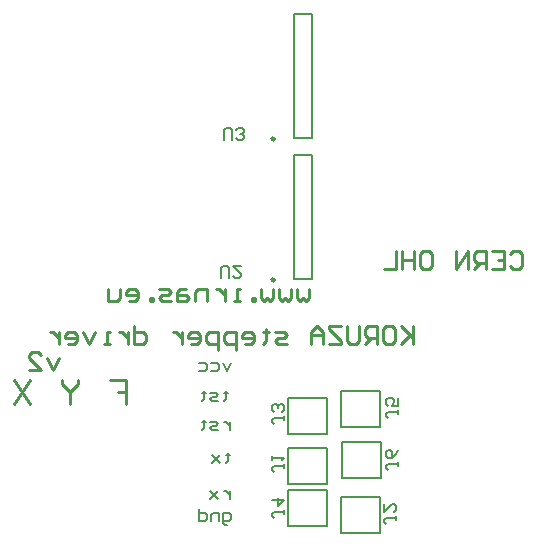
<source format=gbo>
%FSAX24Y24*%
%MOIN*%
G70*
G01*
G75*
G04 Layer_Color=32896*
%ADD10O,0.0787X0.0157*%
%ADD11R,0.0354X0.0276*%
G04:AMPARAMS|DCode=12|XSize=23.6mil|YSize=27.6mil|CornerRadius=3mil|HoleSize=0mil|Usage=FLASHONLY|Rotation=0.000|XOffset=0mil|YOffset=0mil|HoleType=Round|Shape=RoundedRectangle|*
%AMROUNDEDRECTD12*
21,1,0.0236,0.0217,0,0,0.0*
21,1,0.0177,0.0276,0,0,0.0*
1,1,0.0059,0.0089,-0.0108*
1,1,0.0059,-0.0089,-0.0108*
1,1,0.0059,-0.0089,0.0108*
1,1,0.0059,0.0089,0.0108*
%
%ADD12ROUNDEDRECTD12*%
%ADD13R,0.0276X0.0354*%
%ADD14R,0.0866X0.0787*%
%ADD15R,0.0512X0.0433*%
%ADD16R,0.0433X0.0512*%
%ADD17R,0.1181X0.0591*%
%ADD18R,0.0354X0.0827*%
%ADD19R,0.1260X0.0827*%
%ADD20C,0.0600*%
%ADD21C,0.0100*%
%ADD22C,0.0150*%
%ADD23R,0.0591X0.0591*%
%ADD24C,0.0591*%
%ADD25O,0.0787X0.2559*%
G04:AMPARAMS|DCode=26|XSize=157.5mil|YSize=118.1mil|CornerRadius=29.5mil|HoleSize=0mil|Usage=FLASHONLY|Rotation=0.000|XOffset=0mil|YOffset=0mil|HoleType=Round|Shape=RoundedRectangle|*
%AMROUNDEDRECTD26*
21,1,0.1575,0.0591,0,0,0.0*
21,1,0.0984,0.1181,0,0,0.0*
1,1,0.0591,0.0492,-0.0295*
1,1,0.0591,-0.0492,-0.0295*
1,1,0.0591,-0.0492,0.0295*
1,1,0.0591,0.0492,0.0295*
%
%ADD26ROUNDEDRECTD26*%
%ADD27O,0.0787X0.1969*%
%ADD28O,0.2126X0.0984*%
G04:AMPARAMS|DCode=29|XSize=236.2mil|YSize=98.4mil|CornerRadius=24.6mil|HoleSize=0mil|Usage=FLASHONLY|Rotation=0.000|XOffset=0mil|YOffset=0mil|HoleType=Round|Shape=RoundedRectangle|*
%AMROUNDEDRECTD29*
21,1,0.2362,0.0492,0,0,0.0*
21,1,0.1870,0.0984,0,0,0.0*
1,1,0.0492,0.0935,-0.0246*
1,1,0.0492,-0.0935,-0.0246*
1,1,0.0492,-0.0935,0.0246*
1,1,0.0492,0.0935,0.0246*
%
%ADD29ROUNDEDRECTD29*%
G04:AMPARAMS|DCode=30|XSize=82.7mil|YSize=82.7mil|CornerRadius=0mil|HoleSize=0mil|Usage=FLASHONLY|Rotation=270.000|XOffset=0mil|YOffset=0mil|HoleType=Round|Shape=Octagon|*
%AMOCTAGOND30*
4,1,8,-0.0207,-0.0413,0.0207,-0.0413,0.0413,-0.0207,0.0413,0.0207,0.0207,0.0413,-0.0207,0.0413,-0.0413,0.0207,-0.0413,-0.0207,-0.0207,-0.0413,0.0*
%
%ADD30OCTAGOND30*%

G04:AMPARAMS|DCode=31|XSize=82.7mil|YSize=82.7mil|CornerRadius=0mil|HoleSize=0mil|Usage=FLASHONLY|Rotation=180.000|XOffset=0mil|YOffset=0mil|HoleType=Round|Shape=Octagon|*
%AMOCTAGOND31*
4,1,8,-0.0413,0.0207,-0.0413,-0.0207,-0.0207,-0.0413,0.0207,-0.0413,0.0413,-0.0207,0.0413,0.0207,0.0207,0.0413,-0.0207,0.0413,-0.0413,0.0207,0.0*
%
%ADD31OCTAGOND31*%

%ADD32C,0.0709*%
%ADD33C,0.0600*%
%ADD34C,0.2500*%
%ADD35C,0.0700*%
%ADD36R,0.0700X0.0700*%
%ADD37R,0.0591X0.0591*%
%ADD38C,0.0500*%
%ADD39C,0.0400*%
%ADD40O,0.1083X0.0276*%
G04:AMPARAMS|DCode=41|XSize=50mil|YSize=100mil|CornerRadius=6.3mil|HoleSize=0mil|Usage=FLASHONLY|Rotation=180.000|XOffset=0mil|YOffset=0mil|HoleType=Round|Shape=RoundedRectangle|*
%AMROUNDEDRECTD41*
21,1,0.0500,0.0875,0,0,180.0*
21,1,0.0375,0.1000,0,0,180.0*
1,1,0.0125,-0.0188,0.0438*
1,1,0.0125,0.0188,0.0438*
1,1,0.0125,0.0188,-0.0438*
1,1,0.0125,-0.0188,-0.0438*
%
%ADD41ROUNDEDRECTD41*%
%ADD42C,0.0300*%
%ADD43C,0.0098*%
%ADD44C,0.0236*%
%ADD45C,0.0050*%
%ADD46C,0.0079*%
%ADD47C,0.0080*%
%ADD48C,0.0060*%
%ADD49C,0.0120*%
%ADD50R,0.1043X0.0482*%
%ADD51R,0.0580X0.2000*%
%ADD52R,0.0680X0.2100*%
%ADD53R,0.0900X0.0250*%
%ADD54R,0.1000X0.0996*%
%ADD55O,0.0867X0.0237*%
%ADD56R,0.0434X0.0356*%
G04:AMPARAMS|DCode=57|XSize=31.6mil|YSize=35.6mil|CornerRadius=7mil|HoleSize=0mil|Usage=FLASHONLY|Rotation=0.000|XOffset=0mil|YOffset=0mil|HoleType=Round|Shape=RoundedRectangle|*
%AMROUNDEDRECTD57*
21,1,0.0316,0.0217,0,0,0.0*
21,1,0.0177,0.0356,0,0,0.0*
1,1,0.0139,0.0089,-0.0108*
1,1,0.0139,-0.0089,-0.0108*
1,1,0.0139,-0.0089,0.0108*
1,1,0.0139,0.0089,0.0108*
%
%ADD57ROUNDEDRECTD57*%
%ADD58R,0.0356X0.0434*%
%ADD59R,0.0946X0.0867*%
%ADD60R,0.0592X0.0513*%
%ADD61R,0.0513X0.0592*%
%ADD62R,0.1261X0.0671*%
%ADD63R,0.0434X0.0907*%
%ADD64R,0.1340X0.0907*%
%ADD65R,0.0671X0.0671*%
%ADD66C,0.0671*%
%ADD67O,0.0867X0.2639*%
G04:AMPARAMS|DCode=68|XSize=165.5mil|YSize=126.1mil|CornerRadius=33.5mil|HoleSize=0mil|Usage=FLASHONLY|Rotation=0.000|XOffset=0mil|YOffset=0mil|HoleType=Round|Shape=RoundedRectangle|*
%AMROUNDEDRECTD68*
21,1,0.1655,0.0591,0,0,0.0*
21,1,0.0984,0.1261,0,0,0.0*
1,1,0.0671,0.0492,-0.0295*
1,1,0.0671,-0.0492,-0.0295*
1,1,0.0671,-0.0492,0.0295*
1,1,0.0671,0.0492,0.0295*
%
%ADD68ROUNDEDRECTD68*%
%ADD69O,0.0867X0.2049*%
%ADD70O,0.2206X0.1064*%
G04:AMPARAMS|DCode=71|XSize=244.2mil|YSize=106.4mil|CornerRadius=28.6mil|HoleSize=0mil|Usage=FLASHONLY|Rotation=0.000|XOffset=0mil|YOffset=0mil|HoleType=Round|Shape=RoundedRectangle|*
%AMROUNDEDRECTD71*
21,1,0.2442,0.0492,0,0,0.0*
21,1,0.1870,0.1064,0,0,0.0*
1,1,0.0572,0.0935,-0.0246*
1,1,0.0572,-0.0935,-0.0246*
1,1,0.0572,-0.0935,0.0246*
1,1,0.0572,0.0935,0.0246*
%
%ADD71ROUNDEDRECTD71*%
G04:AMPARAMS|DCode=72|XSize=90.7mil|YSize=90.7mil|CornerRadius=0mil|HoleSize=0mil|Usage=FLASHONLY|Rotation=270.000|XOffset=0mil|YOffset=0mil|HoleType=Round|Shape=Octagon|*
%AMOCTAGOND72*
4,1,8,-0.0227,-0.0453,0.0227,-0.0453,0.0453,-0.0227,0.0453,0.0227,0.0227,0.0453,-0.0227,0.0453,-0.0453,0.0227,-0.0453,-0.0227,-0.0227,-0.0453,0.0*
%
%ADD72OCTAGOND72*%

G04:AMPARAMS|DCode=73|XSize=90.7mil|YSize=90.7mil|CornerRadius=0mil|HoleSize=0mil|Usage=FLASHONLY|Rotation=180.000|XOffset=0mil|YOffset=0mil|HoleType=Round|Shape=Octagon|*
%AMOCTAGOND73*
4,1,8,-0.0453,0.0227,-0.0453,-0.0227,-0.0227,-0.0453,0.0227,-0.0453,0.0453,-0.0227,0.0453,0.0227,0.0227,0.0453,-0.0227,0.0453,-0.0453,0.0227,0.0*
%
%ADD73OCTAGOND73*%

%ADD74C,0.0789*%
%ADD75C,0.0680*%
%ADD76C,0.2580*%
%ADD77C,0.0780*%
%ADD78R,0.0780X0.0780*%
%ADD79R,0.0671X0.0671*%
G04:AMPARAMS|DCode=80|XSize=118mil|YSize=108mil|CornerRadius=13.5mil|HoleSize=0mil|Usage=FLASHONLY|Rotation=180.000|XOffset=0mil|YOffset=0mil|HoleType=Round|Shape=RoundedRectangle|*
%AMROUNDEDRECTD80*
21,1,0.1180,0.0810,0,0,180.0*
21,1,0.0910,0.1080,0,0,180.0*
1,1,0.0270,-0.0455,0.0405*
1,1,0.0270,0.0455,0.0405*
1,1,0.0270,0.0455,-0.0405*
1,1,0.0270,-0.0455,-0.0405*
%
%ADD80ROUNDEDRECTD80*%
%ADD81O,0.1163X0.0356*%
G04:AMPARAMS|DCode=82|XSize=58mil|YSize=108mil|CornerRadius=10.3mil|HoleSize=0mil|Usage=FLASHONLY|Rotation=180.000|XOffset=0mil|YOffset=0mil|HoleType=Round|Shape=RoundedRectangle|*
%AMROUNDEDRECTD82*
21,1,0.0580,0.0875,0,0,180.0*
21,1,0.0375,0.1080,0,0,180.0*
1,1,0.0205,-0.0188,0.0438*
1,1,0.0205,0.0188,0.0438*
1,1,0.0205,0.0188,-0.0438*
1,1,0.0205,-0.0188,-0.0438*
%
%ADD82ROUNDEDRECTD82*%
D21*
X001850Y005900D02*
X001650Y005500D01*
X001450Y005900D01*
X000850Y005500D02*
X001250D01*
X000850Y005900D01*
Y006000D01*
X000950Y006100D01*
X001150D01*
X001250Y006000D01*
X003567Y005150D02*
X004100D01*
Y004750D01*
X003833D01*
X004100D01*
Y004350D01*
X002501Y005150D02*
Y005016D01*
X002234Y004750D01*
X001967Y005016D01*
Y005150D01*
X002234Y004750D02*
Y004350D01*
X000901Y005150D02*
X000368Y004350D01*
Y005150D02*
X000901Y004350D01*
X010200Y008200D02*
Y007900D01*
X010100Y007800D01*
X010000Y007900D01*
X009900Y007800D01*
X009800Y007900D01*
Y008200D01*
X009600D02*
Y007900D01*
X009500Y007800D01*
X009400Y007900D01*
X009300Y007800D01*
X009200Y007900D01*
Y008200D01*
X009000D02*
Y007900D01*
X008900Y007800D01*
X008800Y007900D01*
X008700Y007800D01*
X008601Y007900D01*
Y008200D01*
X008401Y007800D02*
Y007900D01*
X008301D01*
Y007800D01*
X008401D01*
X007901D02*
X007701D01*
X007801D01*
Y008200D01*
X007901D01*
X007401D02*
Y007800D01*
Y008000D01*
X007301Y008100D01*
X007201Y008200D01*
X007101D01*
X006801Y007800D02*
Y008200D01*
X006501D01*
X006401Y008100D01*
Y007800D01*
X006101Y008200D02*
X005901D01*
X005801Y008100D01*
Y007800D01*
X006101D01*
X006201Y007900D01*
X006101Y008000D01*
X005801D01*
X005601Y007800D02*
X005302D01*
X005202Y007900D01*
X005302Y008000D01*
X005502D01*
X005601Y008100D01*
X005502Y008200D01*
X005202D01*
X005002Y007800D02*
Y007900D01*
X004902D01*
Y007800D01*
X005002D01*
X004202D02*
X004402D01*
X004502Y007900D01*
Y008100D01*
X004402Y008200D01*
X004202D01*
X004102Y008100D01*
Y008000D01*
X004502D01*
X003902Y008200D02*
Y007900D01*
X003802Y007800D01*
X003502D01*
Y008200D01*
X013650Y006950D02*
Y006350D01*
Y006550D01*
X013250Y006950D01*
X013550Y006650D01*
X013250Y006350D01*
X012750Y006950D02*
X012950D01*
X013050Y006850D01*
Y006450D01*
X012950Y006350D01*
X012750D01*
X012650Y006450D01*
Y006850D01*
X012750Y006950D01*
X012450Y006350D02*
Y006950D01*
X012150D01*
X012051Y006850D01*
Y006650D01*
X012150Y006550D01*
X012450D01*
X012250D02*
X012051Y006350D01*
X011851Y006950D02*
Y006450D01*
X011751Y006350D01*
X011551D01*
X011451Y006450D01*
Y006950D01*
X011251D02*
X010851D01*
Y006850D01*
X011251Y006450D01*
Y006350D01*
X010851D01*
X010651D02*
Y006750D01*
X010451Y006950D01*
X010251Y006750D01*
Y006350D01*
Y006650D01*
X010651D01*
X009451Y006350D02*
X009151D01*
X009051Y006450D01*
X009151Y006550D01*
X009351D01*
X009451Y006650D01*
X009351Y006750D01*
X009051D01*
X008752Y006850D02*
Y006750D01*
X008852D01*
X008652D01*
X008752D01*
Y006450D01*
X008652Y006350D01*
X008052D02*
X008252D01*
X008352Y006450D01*
Y006650D01*
X008252Y006750D01*
X008052D01*
X007952Y006650D01*
Y006550D01*
X008352D01*
X007752Y006150D02*
Y006750D01*
X007452D01*
X007352Y006650D01*
Y006450D01*
X007452Y006350D01*
X007752D01*
X007152Y006150D02*
Y006750D01*
X006852D01*
X006752Y006650D01*
Y006450D01*
X006852Y006350D01*
X007152D01*
X006252D02*
X006452D01*
X006552Y006450D01*
Y006650D01*
X006452Y006750D01*
X006252D01*
X006152Y006650D01*
Y006550D01*
X006552D01*
X005953Y006750D02*
Y006350D01*
Y006550D01*
X005853Y006650D01*
X005753Y006750D01*
X005653D01*
X004353Y006950D02*
Y006350D01*
X004653D01*
X004753Y006450D01*
Y006650D01*
X004653Y006750D01*
X004353D01*
X004153D02*
Y006350D01*
Y006550D01*
X004053Y006650D01*
X003953Y006750D01*
X003853D01*
X003553Y006350D02*
X003353D01*
X003453D01*
Y006750D01*
X003553D01*
X003053D02*
X002853Y006350D01*
X002654Y006750D01*
X002154Y006350D02*
X002354D01*
X002454Y006450D01*
Y006650D01*
X002354Y006750D01*
X002154D01*
X002054Y006650D01*
Y006550D01*
X002454D01*
X001854Y006750D02*
Y006350D01*
Y006550D01*
X001754Y006650D01*
X001654Y006750D01*
X001554D01*
X016900Y009350D02*
X017000Y009450D01*
X017200D01*
X017300Y009350D01*
Y008950D01*
X017200Y008850D01*
X017000D01*
X016900Y008950D01*
X016300Y009450D02*
X016700D01*
Y008850D01*
X016300D01*
X016700Y009150D02*
X016500D01*
X016100Y008850D02*
Y009450D01*
X015800D01*
X015701Y009350D01*
Y009150D01*
X015800Y009050D01*
X016100D01*
X015900D02*
X015701Y008850D01*
X015501D02*
Y009450D01*
X015101Y008850D01*
Y009450D01*
X014001D02*
X014201D01*
X014301Y009350D01*
Y008950D01*
X014201Y008850D01*
X014001D01*
X013901Y008950D01*
Y009350D01*
X014001Y009450D01*
X013701D02*
Y008850D01*
Y009150D01*
X013301D01*
Y009450D01*
Y008850D01*
X013101Y009450D02*
Y008850D01*
X012701D01*
D43*
X009045Y008496D02*
G03*
X009045Y008496I-000049J000000D01*
G01*
Y013196D02*
G03*
X009045Y013196I-000049J000000D01*
G01*
D45*
X009500Y000300D02*
Y001500D01*
Y000300D02*
X010800D01*
Y001500D01*
X009500D02*
X010800D01*
X011250Y000050D02*
Y001250D01*
Y000050D02*
X012550D01*
Y001250D01*
X011250D02*
X012550D01*
X010800Y003350D02*
Y004550D01*
X009500D02*
X010800D01*
X009500Y003350D02*
Y004550D01*
Y003350D02*
X010800D01*
Y001700D02*
Y002900D01*
X009500D02*
X010800D01*
X009500Y001700D02*
Y002900D01*
Y001700D02*
X010800D01*
X012550Y003600D02*
Y004800D01*
X011250D02*
X012550D01*
X011250Y003600D02*
Y004800D01*
Y003600D02*
X012550D01*
X012600Y001900D02*
Y003100D01*
X011300D02*
X012600D01*
X011300Y001900D02*
Y003100D01*
Y001900D02*
X012600D01*
D46*
X009695Y008533D02*
Y012667D01*
X010305Y008533D02*
Y012667D01*
X009695Y008533D02*
X010305D01*
X009695Y012667D02*
X010305D01*
X009695Y013233D02*
Y017367D01*
X010305Y013233D02*
Y017367D01*
X009695Y013233D02*
X010305D01*
X009695Y017367D02*
X010305D01*
D48*
X007250Y008550D02*
Y008883D01*
X007317Y008950D01*
X007450D01*
X007517Y008883D01*
Y008550D01*
X007916Y008950D02*
X007650D01*
X007916Y008683D01*
Y008617D01*
X007850Y008550D01*
X007717D01*
X007650Y008617D01*
X007350Y013150D02*
Y013483D01*
X007417Y013550D01*
X007550D01*
X007617Y013483D01*
Y013150D01*
X007750Y013217D02*
X007817Y013150D01*
X007950D01*
X008016Y013217D01*
Y013283D01*
X007950Y013350D01*
X007883D01*
X007950D01*
X008016Y013417D01*
Y013483D01*
X007950Y013550D01*
X007817D01*
X007750Y013483D01*
X009350Y002367D02*
Y002233D01*
Y002300D01*
X009017D01*
X008950Y002233D01*
Y002167D01*
X009017Y002100D01*
X008950Y002500D02*
Y002633D01*
Y002567D01*
X009350D01*
X009283Y002500D01*
X013100Y000617D02*
Y000483D01*
Y000550D01*
X012767D01*
X012700Y000483D01*
Y000417D01*
X012767Y000350D01*
X012700Y001016D02*
Y000750D01*
X012967Y001016D01*
X013033D01*
X013100Y000950D01*
Y000817D01*
X013033Y000750D01*
X009350Y003967D02*
Y003833D01*
Y003900D01*
X009017D01*
X008950Y003833D01*
Y003767D01*
X009017Y003700D01*
X009283Y004100D02*
X009350Y004167D01*
Y004300D01*
X009283Y004366D01*
X009217D01*
X009150Y004300D01*
Y004233D01*
Y004300D01*
X009083Y004366D01*
X009017D01*
X008950Y004300D01*
Y004167D01*
X009017Y004100D01*
X009350Y000817D02*
Y000683D01*
Y000750D01*
X009017D01*
X008950Y000683D01*
Y000617D01*
X009017Y000550D01*
X008950Y001150D02*
X009350D01*
X009150Y000950D01*
Y001216D01*
X013150Y004167D02*
Y004033D01*
Y004100D01*
X012817D01*
X012750Y004033D01*
Y003967D01*
X012817Y003900D01*
X013150Y004566D02*
Y004300D01*
X012950D01*
X013017Y004433D01*
Y004500D01*
X012950Y004566D01*
X012817D01*
X012750Y004500D01*
Y004367D01*
X012817Y004300D01*
X013150Y002417D02*
Y002283D01*
Y002350D01*
X012817D01*
X012750Y002283D01*
Y002217D01*
X012817Y002150D01*
X013150Y002816D02*
X013083Y002683D01*
X012950Y002550D01*
X012817D01*
X012750Y002617D01*
Y002750D01*
X012817Y002816D01*
X012883D01*
X012950Y002750D01*
Y002550D01*
X007600Y005717D02*
X007467Y005450D01*
X007333Y005717D01*
X006934D02*
X007133D01*
X007200Y005650D01*
Y005517D01*
X007133Y005450D01*
X006934D01*
X006534Y005717D02*
X006734D01*
X006800Y005650D01*
Y005517D01*
X006734Y005450D01*
X006534D01*
X007433Y004783D02*
Y004717D01*
X007500D01*
X007367D01*
X007433D01*
Y004517D01*
X007367Y004450D01*
X007167D02*
X006967D01*
X006900Y004517D01*
X006967Y004583D01*
X007100D01*
X007167Y004650D01*
X007100Y004717D01*
X006900D01*
X006700Y004783D02*
Y004717D01*
X006767D01*
X006634D01*
X006700D01*
Y004517D01*
X006634Y004450D01*
X007550Y003767D02*
Y003500D01*
Y003633D01*
X007483Y003700D01*
X007417Y003767D01*
X007350D01*
X007150Y003500D02*
X006950D01*
X006884Y003567D01*
X006950Y003633D01*
X007083D01*
X007150Y003700D01*
X007083Y003767D01*
X006884D01*
X006684Y003833D02*
Y003767D01*
X006750D01*
X006617D01*
X006684D01*
Y003567D01*
X006617Y003500D01*
X007483Y002733D02*
Y002667D01*
X007550D01*
X007417D01*
X007483D01*
Y002467D01*
X007417Y002400D01*
X007217Y002667D02*
X006950Y002400D01*
X007083Y002533D01*
X006950Y002667D01*
X007217Y002400D01*
X007550Y001467D02*
Y001200D01*
Y001333D01*
X007483Y001400D01*
X007417Y001467D01*
X007350D01*
X007150D02*
X006884Y001200D01*
X007017Y001333D01*
X006884Y001467D01*
X007150Y001200D01*
X007467Y000317D02*
X007400D01*
X007333Y000383D01*
Y000717D01*
X007533D01*
X007600Y000650D01*
Y000517D01*
X007533Y000450D01*
X007333D01*
X007200D02*
Y000717D01*
X007000D01*
X006934Y000650D01*
Y000450D01*
X006534Y000850D02*
Y000450D01*
X006734D01*
X006800Y000517D01*
Y000650D01*
X006734Y000717D01*
X006534D01*
M02*

</source>
